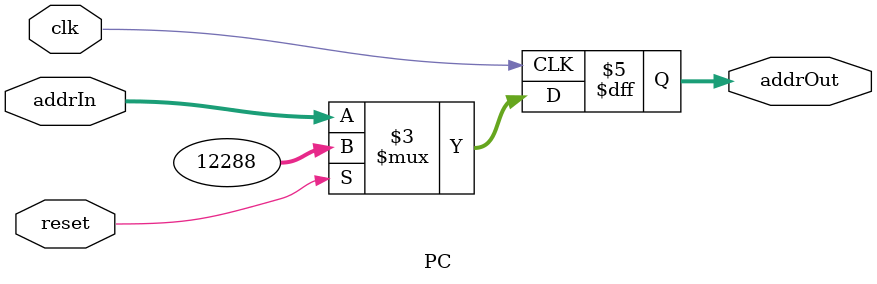
<source format=v>
`timescale 1ns / 1ps

module PC(
    input clk,
    input reset,
    input [31:0] addrIn,
    output reg [31:0] addrOut
    );
    always @(posedge clk) begin
        if (reset) begin
            addrOut <= 32'h00003000;
        end
        else begin
            addrOut <= addrIn;
        end
    end
    
endmodule

</source>
